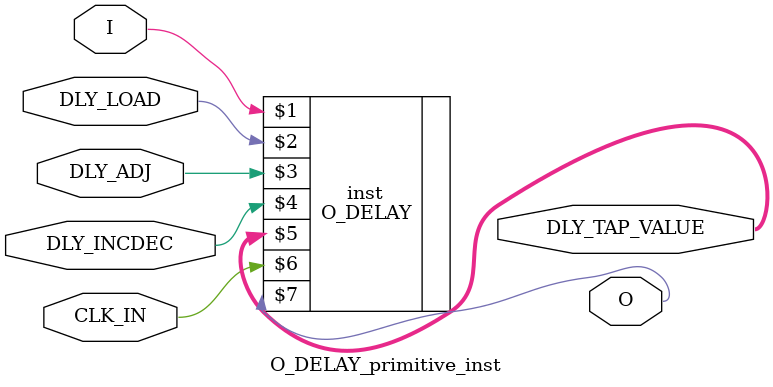
<source format=v>
module O_DELAY_primitive_inst (
  input I, // Data input
  input DLY_LOAD, // Delay load input
  input DLY_ADJ, // Delay adjust input
  input DLY_INCDEC, // Delay increment / decrement input
  output [5:0] DLY_TAP_VALUE, // Delay tap value output
  input CLK_IN, // Clock input
  output O // Data output
);

O_DELAY #(.DELAY(0)) inst (
  I, // Data input
  DLY_LOAD, // Delay load input
  DLY_ADJ, // Delay adjust input
  DLY_INCDEC, // Delay increment / decrement input
  DLY_TAP_VALUE, // Delay tap value output
  CLK_IN, // Clock input
  O 
);
endmodule

</source>
